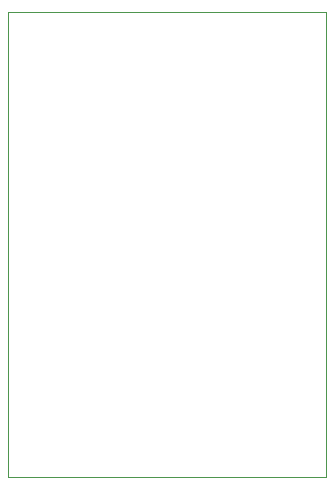
<source format=gm1>
G04 #@! TF.GenerationSoftware,KiCad,Pcbnew,(5.1.5)-3*
G04 #@! TF.CreationDate,2020-01-04T17:30:10-08:00*
G04 #@! TF.ProjectId,pcb,7063622e-6b69-4636-9164-5f7063625858,v1.1*
G04 #@! TF.SameCoordinates,Original*
G04 #@! TF.FileFunction,Profile,NP*
%FSLAX46Y46*%
G04 Gerber Fmt 4.6, Leading zero omitted, Abs format (unit mm)*
G04 Created by KiCad (PCBNEW (5.1.5)-3) date 2020-01-04 17:30:10*
%MOMM*%
%LPD*%
G04 APERTURE LIST*
%ADD10C,0.050000*%
G04 APERTURE END LIST*
D10*
X127000000Y-127000000D02*
X153924000Y-127000000D01*
X153924000Y-127000000D02*
X153924000Y-87630000D01*
X127000000Y-87630000D02*
X153924000Y-87630000D01*
X127000000Y-127000000D02*
X127000000Y-87630000D01*
M02*

</source>
